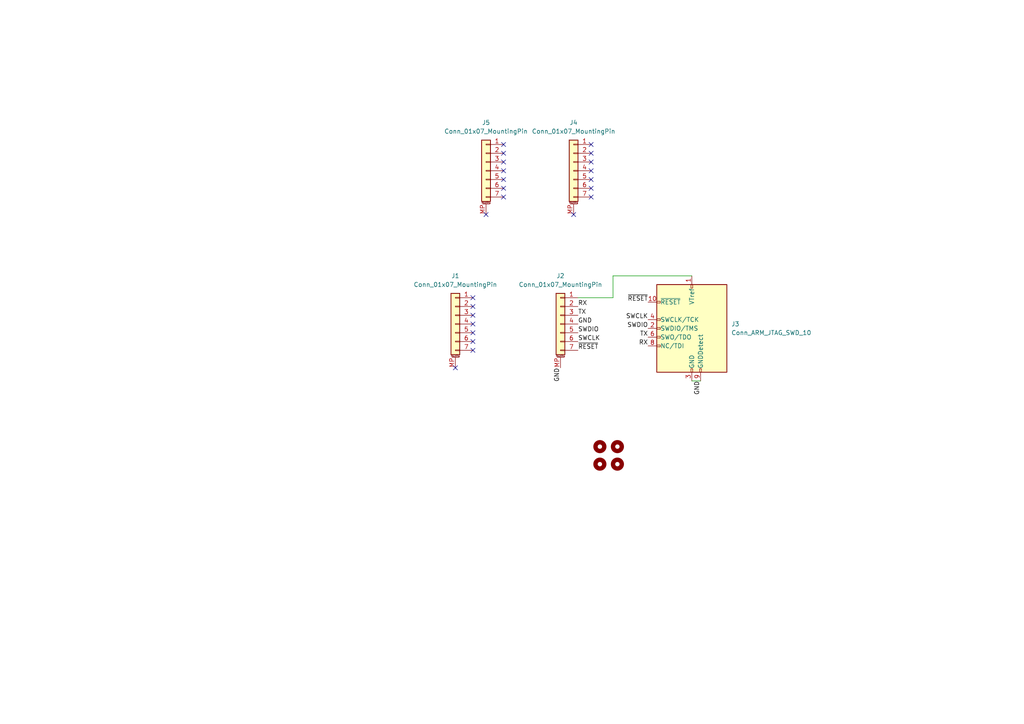
<source format=kicad_sch>
(kicad_sch (version 20241209) (generator "eeschema") (generator_version "8.99")
  (paper "A4")
  (lib_symbols
    (symbol "Connector:Conn_ARM_JTAG_SWD_10" (pin_names (offset 1.016))
      (property "Reference" "J" (at -2.54 16.51 0))
      (property "Value" "Conn_ARM_JTAG_SWD_10" (at -2.54 13.97 0))
      (symbol "Conn_ARM_JTAG_SWD_10_0_1"
        (rectangle (start -10.16 12.7) (end 10.16 -12.7) (stroke (width 0.254)) (fill (type background)))
        (rectangle (start -2.794 -12.7) (end -2.286 -11.684))
        (rectangle (start -0.254 12.7) (end 0.254 11.684))
        (rectangle (start -0.254 -12.7) (end 0.254 -11.684))
        (rectangle (start 9.144 2.286) (end 10.16 2.794))
        (rectangle (start 10.16 7.874) (end 9.144 7.366))
        (rectangle (start 10.16 -0.254) (end 9.144 0.254))
        (rectangle (start 10.16 -2.794) (end 9.144 -2.286))
      )
      (symbol "Conn_ARM_JTAG_SWD_10_1_1"
        (rectangle (start 9.144 -5.334) (end 10.16 -4.826))
        (pin no_connect line (at -10.16 0 0) (length 2.54) (hide yes) (name "KEY") (number "7"))
        (pin passive line (at -2.54 -15.24 90) (length 2.54) (name "GNDDetect") (number "9"))
        (pin power_in line (at 0 15.24 270) (length 2.54) (name "VTref") (number "1"))
        (pin power_in line (at 0 -15.24 90) (length 2.54) (name "GND") (number "3"))
        (pin passive line (at 0 -15.24 90) (length 2.54) (hide yes) (name "GND") (number "5"))
        (pin open_collector line (at 12.7 7.62 180) (length 2.54) (name "~{RESET}") (number "10"))
        (pin output line (at 12.7 2.54 180) (length 2.54) (name "SWCLK/TCK") (number "4"))
        (pin bidirectional line (at 12.7 0 180) (length 2.54) (name "SWDIO/TMS") (number "2"))
        (pin input line (at 12.7 -2.54 180) (length 2.54) (name "SWO/TDO") (number "6"))
        (pin output line (at 12.7 -5.08 180) (length 2.54) (name "NC/TDI") (number "8"))
      )
    )
    (symbol "Connector_Generic_MountingPin:Conn_01x07_MountingPin" (pin_names (offset 1.016) (hide yes))
      (property "Reference" "J" (at 0 10.16 0))
      (property "Value" "Conn_01x07_MountingPin" (at 1.27 -10.16 0))
      (symbol "Conn_01x07_MountingPin_1_1"
        (rectangle (start -1.27 8.89) (end 1.27 -8.89) (stroke (width 0.254)) (fill (type background)))
        (rectangle (start -1.27 7.747) (end 0 7.493) (stroke (width 0.1524)))
        (rectangle (start -1.27 5.207) (end 0 4.953) (stroke (width 0.1524)))
        (rectangle (start -1.27 2.667) (end 0 2.413) (stroke (width 0.1524)))
        (rectangle (start -1.27 0.127) (end 0 -0.127) (stroke (width 0.1524)))
        (rectangle (start -1.27 -2.413) (end 0 -2.667) (stroke (width 0.1524)))
        (rectangle (start -1.27 -4.953) (end 0 -5.207) (stroke (width 0.1524)))
        (rectangle (start -1.27 -7.493) (end 0 -7.747) (stroke (width 0.1524)))
        (polyline (pts (xy -1.016 -9.652) (xy 1.016 -9.652)) (stroke (width 0.1524)))
        (text "Mounting" (at 0 -9.271 0) (effects (font (size 0.381 0.381))))
        (pin passive line (at -5.08 7.62 0) (length 3.81) (name "Pin_1") (number "1"))
        (pin passive line (at -5.08 5.08 0) (length 3.81) (name "Pin_2") (number "2"))
        (pin passive line (at -5.08 2.54 0) (length 3.81) (name "Pin_3") (number "3"))
        (pin passive line (at -5.08 0 0) (length 3.81) (name "Pin_4") (number "4"))
        (pin passive line (at -5.08 -2.54 0) (length 3.81) (name "Pin_5") (number "5"))
        (pin passive line (at -5.08 -5.08 0) (length 3.81) (name "Pin_6") (number "6"))
        (pin passive line (at -5.08 -7.62 0) (length 3.81) (name "Pin_7") (number "7"))
        (pin passive line (at 0 -12.7 90) (length 3.048) (name "MountPin") (number "MP"))
      )
    )
    (symbol "Mechanical:MountingHole" (pin_names (offset 1.016)) (exclude_from_sim yes) (in_bom no)
      (property "Reference" "H" (at 0 5.08 0))
      (property "Value" "MountingHole" (at 0 3.175 0))
      (symbol "MountingHole_0_1"
        (circle (center 0 0) (radius 1.27) (stroke (width 1.27)))
      )
    )
  )
  (no_connect (at 137.16 99.06))
  (no_connect (at 146.05 52.07))
  (no_connect (at 171.45 44.45))
  (no_connect (at 146.05 46.99))
  (no_connect (at 171.45 49.53))
  (no_connect (at 171.45 54.61))
  (no_connect (at 171.45 46.99))
  (no_connect (at 137.16 88.9))
  (no_connect (at 171.45 41.91))
  (no_connect (at 137.16 93.98))
  (no_connect (at 146.05 57.15))
  (no_connect (at 137.16 96.52))
  (no_connect (at 146.05 54.61))
  (no_connect (at 137.16 101.6))
  (no_connect (at 146.05 49.53))
  (no_connect (at 137.16 91.44))
  (no_connect (at 137.16 86.36))
  (no_connect (at 146.05 44.45))
  (no_connect (at 140.97 62.23))
  (no_connect (at 146.05 41.91))
  (no_connect (at 132.08 106.68))
  (no_connect (at 171.45 52.07))
  (no_connect (at 166.37 62.23))
  (no_connect (at 171.45 57.15))
  (wire (pts (xy 177.8 80.01) (xy 200.66 80.01)))
  (wire (pts (xy 177.8 80.01) (xy 177.8 86.36)))
  (wire (pts (xy 200.66 110.49) (xy 203.2 110.49)))
  (wire (pts (xy 177.8 86.36) (xy 167.64 86.36)))
  (label "SWCLK" (at 187.96 92.71 180))
  (label "SWCLK" (at 167.64 99.06 0))
  (label "TX" (at 187.96 97.79 180))
  (label "SWDIO" (at 187.96 95.25 180))
  (label "TX" (at 167.64 91.44 0))
  (label "GND" (at 167.64 93.98 0))
  (label "~{RESET}" (at 187.96 87.63 180))
  (label "RX" (at 187.96 100.33 180))
  (label "RX" (at 167.64 88.9 0))
  (label "SWDIO" (at 167.64 96.52 0))
  (label "~{RESET}" (at 167.64 101.6 0))
  (label "GND" (at 162.56 106.68 270))
  (label "GND" (at 203.2 110.49 270))
  (symbol (lib_id "Mechanical:MountingHole") (at 173.99 134.62 0) (unit 1) (exclude_from_sim yes) (in_bom no)
    (property "Reference" "H3" (effects (hide yes)))
    (property "Value" "MountingHole" (effects (hide yes)))
    (property "Footprint" "PCM_marbastlib-various:mousebites_2.5mm" (effects (hide yes)))
    (property "Description" "Mounting Hole without connection" (effects (hide yes)))
  )
  (symbol (lib_id "Connector:Conn_ARM_JTAG_SWD_10") (at 200.66 95.25 0) (mirror y) (unit 1)
    (property "Reference" "J3" (at 212.09 93.9799 0) (effects (justify right)))
    (property "Value" "Conn_ARM_JTAG_SWD_10" (at 212.09 96.5199 0) (effects (justify right)))
    (property "Footprint" "Connector_PinHeader_1.27mm:PinHeader_2x05_P1.27mm_Vertical" (effects (hide yes)))
    (property "Datasheet" "http://infocenter.arm.com/help/topic/com.arm.doc.ddi0314h/DDI0314H_coresight_components_trm.pdf" (effects (hide yes)))
    (property "Description" "Cortex Debug Connector, standard ARM Cortex-M SWD and JTAG interface" (effects (hide yes)))
  )
  (symbol (lib_id "Connector_Generic_MountingPin:Conn_01x07_MountingPin") (at 140.97 49.53 0) (mirror y) (unit 1)
    (property "Reference" "J5" (at 140.97 35.56 0))
    (property "Value" "Conn_01x07_MountingPin" (at 140.97 38.1 0))
    (property "Footprint" "EZConnect:EZConnect_Contact" (effects (hide yes)))
    (property "Description" "Generic connectable mounting pin connector, single row, 01x07, script generated (kicad-library-utils/schlib/autogen/connector/)" (effects (hide yes)))
  )
  (symbol (lib_id "Mechanical:MountingHole") (at 179.07 134.62 0) (unit 1) (exclude_from_sim yes) (in_bom no)
    (property "Reference" "H4" (effects (hide yes)))
    (property "Value" "MountingHole" (effects (hide yes)))
    (property "Footprint" "PCM_marbastlib-various:mousebites_2.5mm" (effects (hide yes)))
    (property "Description" "Mounting Hole without connection" (effects (hide yes)))
  )
  (symbol (lib_id "Mechanical:MountingHole") (at 179.07 129.54 0) (unit 1) (exclude_from_sim yes) (in_bom no)
    (property "Reference" "H2" (effects (hide yes)))
    (property "Value" "MountingHole" (effects (hide yes)))
    (property "Footprint" "PCM_marbastlib-various:mousebites_2.5mm" (effects (hide yes)))
    (property "Description" "Mounting Hole without connection" (effects (hide yes)))
  )
  (symbol (lib_id "Connector_Generic_MountingPin:Conn_01x07_MountingPin") (at 132.08 93.98 0) (mirror y) (unit 1)
    (property "Reference" "J1" (at 132.08 80.01 0))
    (property "Value" "Conn_01x07_MountingPin" (at 132.08 82.55 0))
    (property "Footprint" "EZConnect:EZConnect" (effects (hide yes)))
    (property "Description" "Generic connectable mounting pin connector, single row, 01x07, script generated (kicad-library-utils/schlib/autogen/connector/)" (effects (hide yes)))
  )
  (symbol (lib_id "Connector_Generic_MountingPin:Conn_01x07_MountingPin") (at 162.56 93.98 0) (mirror y) (unit 1)
    (property "Reference" "J2" (at 162.56 80.01 0))
    (property "Value" "Conn_01x07_MountingPin" (at 162.56 82.55 0))
    (property "Footprint" "EZConnect:EZConnect" (effects (hide yes)))
    (property "Description" "Generic connectable mounting pin connector, single row, 01x07, script generated (kicad-library-utils/schlib/autogen/connector/)" (effects (hide yes)))
  )
  (symbol (lib_id "Mechanical:MountingHole") (at 173.99 129.54 0) (unit 1) (exclude_from_sim yes) (in_bom no)
    (property "Reference" "H1" (effects (hide yes)))
    (property "Value" "MountingHole" (effects (hide yes)))
    (property "Footprint" "PCM_marbastlib-various:mousebites_2.5mm" (effects (hide yes)))
    (property "Description" "Mounting Hole without connection" (effects (hide yes)))
  )
  (symbol (lib_id "Connector_Generic_MountingPin:Conn_01x07_MountingPin") (at 166.37 49.53 0) (mirror y) (unit 1)
    (property "Reference" "J4" (at 166.37 35.56 0))
    (property "Value" "Conn_01x07_MountingPin" (at 166.37 38.1 0))
    (property "Footprint" "EZConnect:EZConnect_Contact" (effects (hide yes)))
    (property "Description" "Generic connectable mounting pin connector, single row, 01x07, script generated (kicad-library-utils/schlib/autogen/connector/)" (effects (hide yes)))
  )
)
</source>
